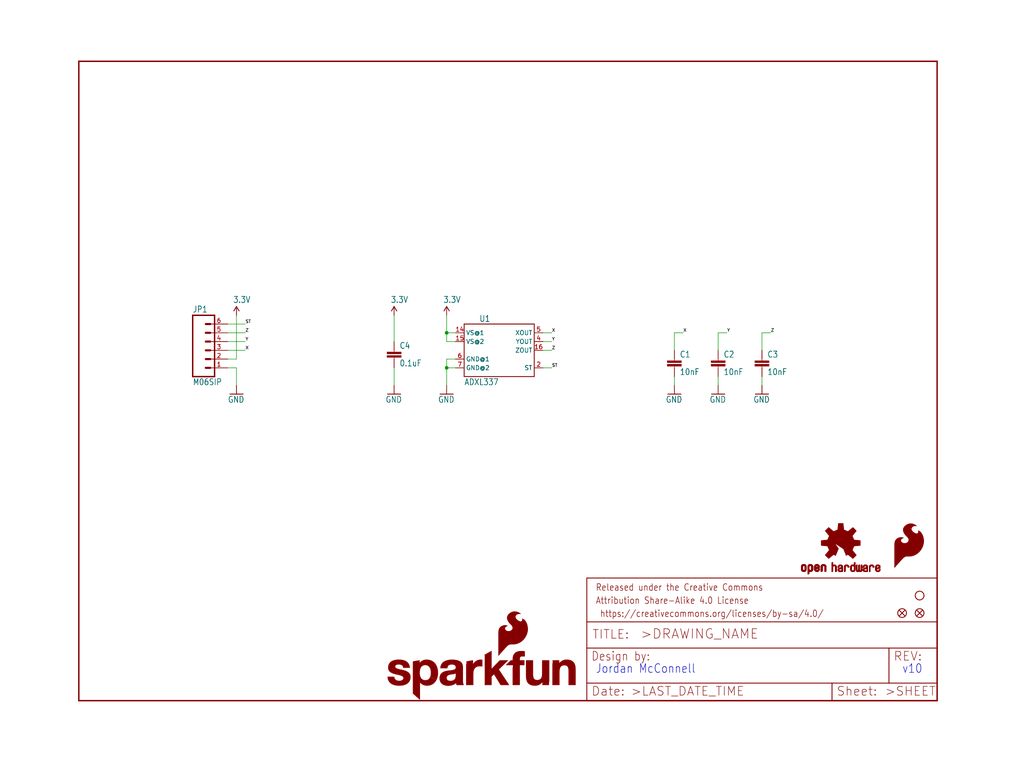
<source format=kicad_sch>
(kicad_sch (version 20211123) (generator eeschema)
  (paper "User" 297.002 223.926)
  (lib_symbols
    (symbol "schematicEagle-eagle-import:0.1UF-25V(+80{slash}-20%)(0603)"
      (property "Reference" "C" (at 1.524 2.921 0))
      (property "Value" "0.1UF-25V(+80{slash}-20%)(0603)" (at 1.524 -2.159 0))
      (symbol "0.1UF-25V(+80{slash}-20%)(0603)_1_0"
        (pin passive line (at 0 5.08 270) (length 2.54) (name "1") (number "1"))
        (pin passive line (at 0 -2.54 90) (length 2.54) (name "2") (number "2"))
      )
    )
    (symbol "schematicEagle-eagle-import:10NF{slash}10000PF-50V-10%(0603)"
      (property "Reference" "C" (at 1.524 2.921 0))
      (property "Value" "10NF{slash}10000PF-50V-10%(0603)" (at 1.524 -2.159 0))
      (symbol "10NF{slash}10000PF-50V-10%(0603)_1_0"
        (pin passive line (at 0 5.08 270) (length 2.54) (name "1") (number "1"))
        (pin passive line (at 0 -2.54 90) (length 2.54) (name "2") (number "2"))
      )
    )
    (symbol "schematicEagle-eagle-import:3.3V" (power)
      (property "Value" "3.3V" (at -1.016 3.556 0))
      (symbol "3.3V_1_0"
        (pin power_in line (at 0 0 90) (length 2.54) (name "3.3V") (number "1"))
      )
    )
    (symbol "schematicEagle-eagle-import:ADXL337"
      (property "Value" "ADXL337" (at -10.16 -10.16 0))
      (symbol "ADXL337_1_0"
        (pin bidirectional line (at -12.7 5.08 0) (length 2.54) (name "VS@1") (number "14"))
        (pin bidirectional line (at -12.7 2.54 0) (length 2.54) (name "VS@2") (number "15"))
        (pin bidirectional line (at 12.7 0 180) (length 2.54) (name "ZOUT") (number "16"))
        (pin bidirectional line (at 12.7 -5.08 180) (length 2.54) (name "ST") (number "2"))
        (pin bidirectional line (at 12.7 2.54 180) (length 2.54) (name "YOUT") (number "4"))
        (pin bidirectional line (at 12.7 5.08 180) (length 2.54) (name "XOUT") (number "5"))
        (pin bidirectional line (at -12.7 -2.54 0) (length 2.54) (name "GND@1") (number "6"))
        (pin bidirectional line (at -12.7 -5.08 0) (length 2.54) (name "GND@2") (number "7"))
      )
    )
    (symbol "schematicEagle-eagle-import:FIDUCIAL1X2")
    (symbol "schematicEagle-eagle-import:FRAME-LETTER"
      (symbol "FRAME-LETTER_2_0"
        (text " https://creativecommons.org/licenses/by-sa/4.0/" (at 2.54 24.13 0) (effects (font (size 1.9304 1.6408)) (justify left bottom)))
        (text ">DRAWING_NAME" (at 15.494 17.78 0) (effects (font (size 2.7432 2.7432)) (justify left bottom)))
        (text ">LAST_DATE_TIME" (at 12.7 1.27 0) (effects (font (size 2.54 2.54)) (justify left bottom)))
        (text ">SHEET" (at 86.36 1.27 0) (effects (font (size 2.54 2.54)) (justify left bottom)))
        (text "Attribution Share-Alike 4.0 License" (at 2.54 27.94 0) (effects (font (size 1.9304 1.6408)) (justify left bottom)))
        (text "Date:" (at 1.27 1.27 0) (effects (font (size 2.54 2.54)) (justify left bottom)))
        (text "Design by:" (at 1.27 11.43 0) (effects (font (size 2.54 2.159)) (justify left bottom)))
        (text "Released under the Creative Commons" (at 2.54 31.75 0) (effects (font (size 1.9304 1.6408)) (justify left bottom)))
        (text "REV:" (at 88.9 11.43 0) (effects (font (size 2.54 2.54)) (justify left bottom)))
        (text "Sheet:" (at 72.39 1.27 0) (effects (font (size 2.54 2.54)) (justify left bottom)))
        (text "TITLE:" (at 1.524 17.78 0) (effects (font (size 2.54 2.54)) (justify left bottom)))
      )
    )
    (symbol "schematicEagle-eagle-import:GND" (power)
      (property "Value" "GND" (at -2.54 -2.54 0))
      (symbol "GND_1_0"
        (pin power_in line (at 0 2.54 270) (length 2.54) (name "GND") (number "1"))
      )
    )
    (symbol "schematicEagle-eagle-import:M06SIP"
      (property "Reference" "JP" (at -5.08 10.922 0))
      (property "Value" "M06SIP" (at -5.08 -10.16 0))
      (symbol "M06SIP_1_0"
        (pin passive line (at 5.08 -5.08 180) (length 5.08) (name "1") (number "1"))
        (pin passive line (at 5.08 -2.54 180) (length 5.08) (name "2") (number "2"))
        (pin passive line (at 5.08 0 180) (length 5.08) (name "3") (number "3"))
        (pin passive line (at 5.08 2.54 180) (length 5.08) (name "4") (number "4"))
        (pin passive line (at 5.08 5.08 180) (length 5.08) (name "5") (number "5"))
        (pin passive line (at 5.08 7.62 180) (length 5.08) (name "6") (number "6"))
      )
    )
    (symbol "schematicEagle-eagle-import:OSHW-LOGOS")
    (symbol "schematicEagle-eagle-import:SFE_LOGO_FLAME.1_INCH")
    (symbol "schematicEagle-eagle-import:SFE_LOGO_NAME_FLAME.1_INCH")
    (symbol "schematicEagle-eagle-import:STAND-OFF")
  )
  (junction (at 129.54 106.68))
  (junction (at 129.54 96.52))
  (wire (pts (xy 68.58 106.68) (xy 66.04 106.68)))
  (wire (pts (xy 114.3 106.68) (xy 114.3 111.76)))
  (wire (pts (xy 66.04 101.6) (xy 71.12 101.6)))
  (wire (pts (xy 157.48 101.6) (xy 160.02 101.6)))
  (wire (pts (xy 68.58 104.14) (xy 66.04 104.14)))
  (wire (pts (xy 68.58 111.76) (xy 68.58 106.68)))
  (wire (pts (xy 157.48 96.52) (xy 160.02 96.52)))
  (wire (pts (xy 66.04 99.06) (xy 71.12 99.06)))
  (wire (pts (xy 208.28 96.52) (xy 210.82 96.52)))
  (wire (pts (xy 129.54 104.14) (xy 129.54 106.68)))
  (wire (pts (xy 220.98 101.6) (xy 220.98 96.52)))
  (wire (pts (xy 132.08 96.52) (xy 129.54 96.52)))
  (wire (pts (xy 68.58 91.44) (xy 68.58 104.14)))
  (wire (pts (xy 220.98 96.52) (xy 223.52 96.52)))
  (wire (pts (xy 195.58 96.52) (xy 198.12 96.52)))
  (wire (pts (xy 129.54 111.76) (xy 129.54 106.68)))
  (wire (pts (xy 220.98 109.22) (xy 220.98 111.76)))
  (wire (pts (xy 66.04 93.98) (xy 71.12 93.98)))
  (wire (pts (xy 132.08 104.14) (xy 129.54 104.14)))
  (wire (pts (xy 132.08 99.06) (xy 129.54 99.06)))
  (wire (pts (xy 208.28 109.22) (xy 208.28 111.76)))
  (wire (pts (xy 66.04 96.52) (xy 71.12 96.52)))
  (wire (pts (xy 129.54 96.52) (xy 129.54 91.44)))
  (wire (pts (xy 195.58 111.76) (xy 195.58 109.22)))
  (wire (pts (xy 157.48 106.68) (xy 160.02 106.68)))
  (wire (pts (xy 114.3 91.44) (xy 114.3 99.06)))
  (wire (pts (xy 129.54 106.68) (xy 132.08 106.68)))
  (wire (pts (xy 157.48 99.06) (xy 160.02 99.06)))
  (wire (pts (xy 195.58 101.6) (xy 195.58 96.52)))
  (wire (pts (xy 208.28 101.6) (xy 208.28 96.52)))
  (wire (pts (xy 129.54 99.06) (xy 129.54 96.52)))
  (text "Jordan McConnell" (at 172.72 195.58 180) (effects (font (size 2.54 2.159)) (justify left bottom)))
  (text "v10" (at 261.62 195.58 180) (effects (font (size 2.54 2.159)) (justify left bottom)))
  (label "Y" (at 160.02 99.06 0) (effects (font (size 0.889 0.889))))
  (label "Y" (at 210.82 96.52 0) (effects (font (size 0.889 0.889))))
  (label "Z" (at 71.12 96.52 0) (effects (font (size 0.889 0.889))))
  (label "Z" (at 160.02 101.6 0) (effects (font (size 0.889 0.889))))
  (label "Z" (at 223.52 96.52 0) (effects (font (size 0.889 0.889))))
  (label "Y" (at 71.12 99.06 0) (effects (font (size 0.889 0.889))))
  (label "ST" (at 160.02 106.68 0) (effects (font (size 0.889 0.889))))
  (label "ST" (at 71.12 93.98 0) (effects (font (size 0.889 0.889))))
  (label "X" (at 198.12 96.52 0) (effects (font (size 0.889 0.889))))
  (label "X" (at 160.02 96.52 0) (effects (font (size 0.889 0.889))))
  (label "X" (at 71.12 101.6 0) (effects (font (size 0.889 0.889))))
  (symbol (lib_id "schematicEagle-eagle-import:GND") (at 195.58 114.3 0) (unit 1)
    (property "Reference" "#GND3" (effects hide))
    (property "Value" "GND" (at 193.04 116.84 0) (effects (font (size 1.778 1.5113)) (justify left bottom)))
    (property "Footprint" "schematicEagle:" (effects hide))
  )
  (symbol (lib_id "schematicEagle-eagle-import:FIDUCIAL1X2") (at 266.7 177.8 0) (unit 1)
    (property "Reference" "FID1" (effects hide))
    (property "Value" "FIDUCIAL1X2" (effects hide))
    (property "Footprint" "schematicEagle:FIDUCIAL-1X2" (effects hide))
  )
  (symbol (lib_id "schematicEagle-eagle-import:OSHW-LOGOS") (at 243.84 157.48 0) (unit 1)
    (property "Reference" "LOGO2" (effects hide))
    (property "Value" "OSHW-LOGOS" (effects hide))
    (property "Footprint" "schematicEagle:OSHW-LOGO-S" (effects hide))
  )
  (symbol (lib_id "schematicEagle-eagle-import:3.3V") (at 129.54 91.44 0) (unit 1)
    (property "Reference" "#SUPPLY1" (effects hide))
    (property "Value" "3.3V" (at 128.524 87.884 0) (effects (font (size 1.778 1.5113)) (justify left bottom)))
    (property "Footprint" "schematicEagle:" (effects hide))
  )
  (symbol (lib_id "schematicEagle-eagle-import:GND") (at 220.98 114.3 0) (unit 1)
    (property "Reference" "#GND5" (effects hide))
    (property "Value" "GND" (at 218.44 116.84 0) (effects (font (size 1.778 1.5113)) (justify left bottom)))
    (property "Footprint" "schematicEagle:" (effects hide))
  )
  (symbol (lib_id "schematicEagle-eagle-import:10NF{slash}10000PF-50V-10%(0603)") (at 220.98 106.68 0) (unit 1)
    (property "Reference" "C3" (at 222.504 103.759 0) (effects (font (size 1.778 1.5113)) (justify left bottom)))
    (property "Value" "10nF" (at 222.504 108.839 0) (effects (font (size 1.778 1.5113)) (justify left bottom)))
    (property "Footprint" "schematicEagle:0603-CAP" (effects hide))
  )
  (symbol (lib_id "schematicEagle-eagle-import:FRAME-LETTER") (at 22.86 203.2 0) (unit 1)
    (property "Reference" "FRAME1" (effects hide))
    (property "Value" "FRAME-LETTER" (effects hide))
    (property "Footprint" "schematicEagle:CREATIVE_COMMONS" (effects hide))
  )
  (symbol (lib_id "schematicEagle-eagle-import:10NF{slash}10000PF-50V-10%(0603)") (at 208.28 106.68 0) (unit 1)
    (property "Reference" "C2" (at 209.804 103.759 0) (effects (font (size 1.778 1.5113)) (justify left bottom)))
    (property "Value" "10nF" (at 209.804 108.839 0) (effects (font (size 1.778 1.5113)) (justify left bottom)))
    (property "Footprint" "schematicEagle:0603-CAP" (effects hide))
  )
  (symbol (lib_id "schematicEagle-eagle-import:SFE_LOGO_NAME_FLAME.1_INCH") (at 111.76 203.2 0) (unit 1)
    (property "Reference" "LOGO3" (effects hide))
    (property "Value" "SFE_LOGO_NAME_FLAME.1_INCH" (effects hide))
    (property "Footprint" "schematicEagle:SFE_LOGO_NAME_FLAME_.1" (effects hide))
  )
  (symbol (lib_id "schematicEagle-eagle-import:GND") (at 129.54 114.3 0) (unit 1)
    (property "Reference" "#GND2" (effects hide))
    (property "Value" "GND" (at 127 116.84 0) (effects (font (size 1.778 1.5113)) (justify left bottom)))
    (property "Footprint" "schematicEagle:" (effects hide))
  )
  (symbol (lib_id "schematicEagle-eagle-import:M06SIP") (at 60.96 101.6 0) (unit 1)
    (property "Reference" "JP1" (at 55.88 90.678 0) (effects (font (size 1.778 1.5113)) (justify left bottom)))
    (property "Value" "M06SIP" (at 55.88 111.76 0) (effects (font (size 1.778 1.5113)) (justify left bottom)))
    (property "Footprint" "schematicEagle:1X06" (effects hide))
  )
  (symbol (lib_id "schematicEagle-eagle-import:FIDUCIAL1X2") (at 261.62 177.8 0) (unit 1)
    (property "Reference" "FID2" (effects hide))
    (property "Value" "FIDUCIAL1X2" (effects hide))
    (property "Footprint" "schematicEagle:FIDUCIAL-1X2" (effects hide))
  )
  (symbol (lib_id "schematicEagle-eagle-import:3.3V") (at 114.3 91.44 0) (unit 1)
    (property "Reference" "#SUPPLY3" (effects hide))
    (property "Value" "3.3V" (at 113.284 87.884 0) (effects (font (size 1.778 1.5113)) (justify left bottom)))
    (property "Footprint" "schematicEagle:" (effects hide))
  )
  (symbol (lib_id "schematicEagle-eagle-import:ADXL337") (at 144.78 101.6 0) (unit 1)
    (property "Reference" "U1" (at 142.24 91.44 0) (effects (font (size 1.778 1.5113)) (justify right top)))
    (property "Value" "ADXL337" (at 134.62 111.76 0) (effects (font (size 1.778 1.5113)) (justify left bottom)))
    (property "Footprint" "schematicEagle:LFCSP_LQ-16" (effects hide))
  )
  (symbol (lib_id "schematicEagle-eagle-import:GND") (at 68.58 114.3 0) (unit 1)
    (property "Reference" "#GND1" (effects hide))
    (property "Value" "GND" (at 66.04 116.84 0) (effects (font (size 1.778 1.5113)) (justify left bottom)))
    (property "Footprint" "schematicEagle:" (effects hide))
  )
  (symbol (lib_id "schematicEagle-eagle-import:STAND-OFF") (at 266.7 172.72 0) (unit 1)
    (property "Reference" "STANDOFF1" (effects hide))
    (property "Value" "STAND-OFF" (effects hide))
    (property "Footprint" "schematicEagle:STAND-OFF" (effects hide))
  )
  (symbol (lib_id "schematicEagle-eagle-import:SFE_LOGO_FLAME.1_INCH") (at 259.08 165.1 0) (unit 1)
    (property "Reference" "LOGO1" (effects hide))
    (property "Value" "SFE_LOGO_FLAME.1_INCH" (effects hide))
    (property "Footprint" "schematicEagle:SFE_LOGO_FLAME_.1" (effects hide))
  )
  (symbol (lib_id "schematicEagle-eagle-import:3.3V") (at 68.58 91.44 0) (unit 1)
    (property "Reference" "#SUPPLY2" (effects hide))
    (property "Value" "3.3V" (at 67.564 87.884 0) (effects (font (size 1.778 1.5113)) (justify left bottom)))
    (property "Footprint" "schematicEagle:" (effects hide))
  )
  (symbol (lib_id "schematicEagle-eagle-import:GND") (at 208.28 114.3 0) (unit 1)
    (property "Reference" "#GND4" (effects hide))
    (property "Value" "GND" (at 205.74 116.84 0) (effects (font (size 1.778 1.5113)) (justify left bottom)))
    (property "Footprint" "schematicEagle:" (effects hide))
  )
  (symbol (lib_id "schematicEagle-eagle-import:FRAME-LETTER") (at 170.18 203.2 0) (unit 2)
    (property "Reference" "FRAME1" (effects hide))
    (property "Value" "FRAME-LETTER" (effects hide))
    (property "Footprint" "schematicEagle:CREATIVE_COMMONS" (effects hide))
  )
  (symbol (lib_id "schematicEagle-eagle-import:GND") (at 114.3 114.3 0) (unit 1)
    (property "Reference" "#GND6" (effects hide))
    (property "Value" "GND" (at 111.76 116.84 0) (effects (font (size 1.778 1.5113)) (justify left bottom)))
    (property "Footprint" "schematicEagle:" (effects hide))
  )
  (symbol (lib_id "schematicEagle-eagle-import:0.1UF-25V(+80{slash}-20%)(0603)") (at 114.3 104.14 0) (unit 1)
    (property "Reference" "C4" (at 115.824 101.219 0) (effects (font (size 1.778 1.5113)) (justify left bottom)))
    (property "Value" "0.1uF" (at 115.824 106.299 0) (effects (font (size 1.778 1.5113)) (justify left bottom)))
    (property "Footprint" "schematicEagle:0603-CAP" (effects hide))
  )
  (symbol (lib_id "schematicEagle-eagle-import:10NF{slash}10000PF-50V-10%(0603)") (at 195.58 106.68 0) (unit 1)
    (property "Reference" "C1" (at 197.104 103.759 0) (effects (font (size 1.778 1.5113)) (justify left bottom)))
    (property "Value" "10nF" (at 197.104 108.839 0) (effects (font (size 1.778 1.5113)) (justify left bottom)))
    (property "Footprint" "schematicEagle:0603-CAP" (effects hide))
  )
)
</source>
